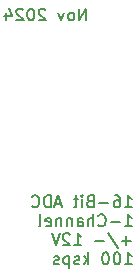
<source format=gbr>
%TF.GenerationSoftware,KiCad,Pcbnew,8.0.5*%
%TF.CreationDate,2024-11-10T02:12:05-07:00*%
%TF.ProjectId,2024_11_ADC_ADS8689,32303234-5f31-4315-9f41-44435f414453,rev?*%
%TF.SameCoordinates,Original*%
%TF.FileFunction,Legend,Bot*%
%TF.FilePolarity,Positive*%
%FSLAX46Y46*%
G04 Gerber Fmt 4.6, Leading zero omitted, Abs format (unit mm)*
G04 Created by KiCad (PCBNEW 8.0.5) date 2024-11-10 02:12:05*
%MOMM*%
%LPD*%
G01*
G04 APERTURE LIST*
%ADD10C,0.200000*%
G04 APERTURE END LIST*
D10*
X95032726Y-52648419D02*
X95032726Y-51648419D01*
X95032726Y-51648419D02*
X94461298Y-52648419D01*
X94461298Y-52648419D02*
X94461298Y-51648419D01*
X93842250Y-52648419D02*
X93937488Y-52600800D01*
X93937488Y-52600800D02*
X93985107Y-52553180D01*
X93985107Y-52553180D02*
X94032726Y-52457942D01*
X94032726Y-52457942D02*
X94032726Y-52172228D01*
X94032726Y-52172228D02*
X93985107Y-52076990D01*
X93985107Y-52076990D02*
X93937488Y-52029371D01*
X93937488Y-52029371D02*
X93842250Y-51981752D01*
X93842250Y-51981752D02*
X93699393Y-51981752D01*
X93699393Y-51981752D02*
X93604155Y-52029371D01*
X93604155Y-52029371D02*
X93556536Y-52076990D01*
X93556536Y-52076990D02*
X93508917Y-52172228D01*
X93508917Y-52172228D02*
X93508917Y-52457942D01*
X93508917Y-52457942D02*
X93556536Y-52553180D01*
X93556536Y-52553180D02*
X93604155Y-52600800D01*
X93604155Y-52600800D02*
X93699393Y-52648419D01*
X93699393Y-52648419D02*
X93842250Y-52648419D01*
X93175583Y-51981752D02*
X92937488Y-52648419D01*
X92937488Y-52648419D02*
X92699393Y-51981752D01*
X91604154Y-51743657D02*
X91556535Y-51696038D01*
X91556535Y-51696038D02*
X91461297Y-51648419D01*
X91461297Y-51648419D02*
X91223202Y-51648419D01*
X91223202Y-51648419D02*
X91127964Y-51696038D01*
X91127964Y-51696038D02*
X91080345Y-51743657D01*
X91080345Y-51743657D02*
X91032726Y-51838895D01*
X91032726Y-51838895D02*
X91032726Y-51934133D01*
X91032726Y-51934133D02*
X91080345Y-52076990D01*
X91080345Y-52076990D02*
X91651773Y-52648419D01*
X91651773Y-52648419D02*
X91032726Y-52648419D01*
X90413678Y-51648419D02*
X90318440Y-51648419D01*
X90318440Y-51648419D02*
X90223202Y-51696038D01*
X90223202Y-51696038D02*
X90175583Y-51743657D01*
X90175583Y-51743657D02*
X90127964Y-51838895D01*
X90127964Y-51838895D02*
X90080345Y-52029371D01*
X90080345Y-52029371D02*
X90080345Y-52267466D01*
X90080345Y-52267466D02*
X90127964Y-52457942D01*
X90127964Y-52457942D02*
X90175583Y-52553180D01*
X90175583Y-52553180D02*
X90223202Y-52600800D01*
X90223202Y-52600800D02*
X90318440Y-52648419D01*
X90318440Y-52648419D02*
X90413678Y-52648419D01*
X90413678Y-52648419D02*
X90508916Y-52600800D01*
X90508916Y-52600800D02*
X90556535Y-52553180D01*
X90556535Y-52553180D02*
X90604154Y-52457942D01*
X90604154Y-52457942D02*
X90651773Y-52267466D01*
X90651773Y-52267466D02*
X90651773Y-52029371D01*
X90651773Y-52029371D02*
X90604154Y-51838895D01*
X90604154Y-51838895D02*
X90556535Y-51743657D01*
X90556535Y-51743657D02*
X90508916Y-51696038D01*
X90508916Y-51696038D02*
X90413678Y-51648419D01*
X89699392Y-51743657D02*
X89651773Y-51696038D01*
X89651773Y-51696038D02*
X89556535Y-51648419D01*
X89556535Y-51648419D02*
X89318440Y-51648419D01*
X89318440Y-51648419D02*
X89223202Y-51696038D01*
X89223202Y-51696038D02*
X89175583Y-51743657D01*
X89175583Y-51743657D02*
X89127964Y-51838895D01*
X89127964Y-51838895D02*
X89127964Y-51934133D01*
X89127964Y-51934133D02*
X89175583Y-52076990D01*
X89175583Y-52076990D02*
X89747011Y-52648419D01*
X89747011Y-52648419D02*
X89127964Y-52648419D01*
X88270821Y-51981752D02*
X88270821Y-52648419D01*
X88508916Y-51600800D02*
X88747011Y-52315085D01*
X88747011Y-52315085D02*
X88127964Y-52315085D01*
X98318917Y-68468787D02*
X98890345Y-68468787D01*
X98604631Y-68468787D02*
X98604631Y-67468787D01*
X98604631Y-67468787D02*
X98699869Y-67611644D01*
X98699869Y-67611644D02*
X98795107Y-67706882D01*
X98795107Y-67706882D02*
X98890345Y-67754501D01*
X97461774Y-67468787D02*
X97652250Y-67468787D01*
X97652250Y-67468787D02*
X97747488Y-67516406D01*
X97747488Y-67516406D02*
X97795107Y-67564025D01*
X97795107Y-67564025D02*
X97890345Y-67706882D01*
X97890345Y-67706882D02*
X97937964Y-67897358D01*
X97937964Y-67897358D02*
X97937964Y-68278310D01*
X97937964Y-68278310D02*
X97890345Y-68373548D01*
X97890345Y-68373548D02*
X97842726Y-68421168D01*
X97842726Y-68421168D02*
X97747488Y-68468787D01*
X97747488Y-68468787D02*
X97557012Y-68468787D01*
X97557012Y-68468787D02*
X97461774Y-68421168D01*
X97461774Y-68421168D02*
X97414155Y-68373548D01*
X97414155Y-68373548D02*
X97366536Y-68278310D01*
X97366536Y-68278310D02*
X97366536Y-68040215D01*
X97366536Y-68040215D02*
X97414155Y-67944977D01*
X97414155Y-67944977D02*
X97461774Y-67897358D01*
X97461774Y-67897358D02*
X97557012Y-67849739D01*
X97557012Y-67849739D02*
X97747488Y-67849739D01*
X97747488Y-67849739D02*
X97842726Y-67897358D01*
X97842726Y-67897358D02*
X97890345Y-67944977D01*
X97890345Y-67944977D02*
X97937964Y-68040215D01*
X96937964Y-68087834D02*
X96176060Y-68087834D01*
X95366536Y-67944977D02*
X95223679Y-67992596D01*
X95223679Y-67992596D02*
X95176060Y-68040215D01*
X95176060Y-68040215D02*
X95128441Y-68135453D01*
X95128441Y-68135453D02*
X95128441Y-68278310D01*
X95128441Y-68278310D02*
X95176060Y-68373548D01*
X95176060Y-68373548D02*
X95223679Y-68421168D01*
X95223679Y-68421168D02*
X95318917Y-68468787D01*
X95318917Y-68468787D02*
X95699869Y-68468787D01*
X95699869Y-68468787D02*
X95699869Y-67468787D01*
X95699869Y-67468787D02*
X95366536Y-67468787D01*
X95366536Y-67468787D02*
X95271298Y-67516406D01*
X95271298Y-67516406D02*
X95223679Y-67564025D01*
X95223679Y-67564025D02*
X95176060Y-67659263D01*
X95176060Y-67659263D02*
X95176060Y-67754501D01*
X95176060Y-67754501D02*
X95223679Y-67849739D01*
X95223679Y-67849739D02*
X95271298Y-67897358D01*
X95271298Y-67897358D02*
X95366536Y-67944977D01*
X95366536Y-67944977D02*
X95699869Y-67944977D01*
X94699869Y-68468787D02*
X94699869Y-67802120D01*
X94699869Y-67468787D02*
X94747488Y-67516406D01*
X94747488Y-67516406D02*
X94699869Y-67564025D01*
X94699869Y-67564025D02*
X94652250Y-67516406D01*
X94652250Y-67516406D02*
X94699869Y-67468787D01*
X94699869Y-67468787D02*
X94699869Y-67564025D01*
X94366536Y-67802120D02*
X93985584Y-67802120D01*
X94223679Y-67468787D02*
X94223679Y-68325929D01*
X94223679Y-68325929D02*
X94176060Y-68421168D01*
X94176060Y-68421168D02*
X94080822Y-68468787D01*
X94080822Y-68468787D02*
X93985584Y-68468787D01*
X92937964Y-68183072D02*
X92461774Y-68183072D01*
X93033202Y-68468787D02*
X92699869Y-67468787D01*
X92699869Y-67468787D02*
X92366536Y-68468787D01*
X92033202Y-68468787D02*
X92033202Y-67468787D01*
X92033202Y-67468787D02*
X91795107Y-67468787D01*
X91795107Y-67468787D02*
X91652250Y-67516406D01*
X91652250Y-67516406D02*
X91557012Y-67611644D01*
X91557012Y-67611644D02*
X91509393Y-67706882D01*
X91509393Y-67706882D02*
X91461774Y-67897358D01*
X91461774Y-67897358D02*
X91461774Y-68040215D01*
X91461774Y-68040215D02*
X91509393Y-68230691D01*
X91509393Y-68230691D02*
X91557012Y-68325929D01*
X91557012Y-68325929D02*
X91652250Y-68421168D01*
X91652250Y-68421168D02*
X91795107Y-68468787D01*
X91795107Y-68468787D02*
X92033202Y-68468787D01*
X90461774Y-68373548D02*
X90509393Y-68421168D01*
X90509393Y-68421168D02*
X90652250Y-68468787D01*
X90652250Y-68468787D02*
X90747488Y-68468787D01*
X90747488Y-68468787D02*
X90890345Y-68421168D01*
X90890345Y-68421168D02*
X90985583Y-68325929D01*
X90985583Y-68325929D02*
X91033202Y-68230691D01*
X91033202Y-68230691D02*
X91080821Y-68040215D01*
X91080821Y-68040215D02*
X91080821Y-67897358D01*
X91080821Y-67897358D02*
X91033202Y-67706882D01*
X91033202Y-67706882D02*
X90985583Y-67611644D01*
X90985583Y-67611644D02*
X90890345Y-67516406D01*
X90890345Y-67516406D02*
X90747488Y-67468787D01*
X90747488Y-67468787D02*
X90652250Y-67468787D01*
X90652250Y-67468787D02*
X90509393Y-67516406D01*
X90509393Y-67516406D02*
X90461774Y-67564025D01*
X98318917Y-70078731D02*
X98890345Y-70078731D01*
X98604631Y-70078731D02*
X98604631Y-69078731D01*
X98604631Y-69078731D02*
X98699869Y-69221588D01*
X98699869Y-69221588D02*
X98795107Y-69316826D01*
X98795107Y-69316826D02*
X98890345Y-69364445D01*
X97890345Y-69697778D02*
X97128441Y-69697778D01*
X96080822Y-69983492D02*
X96128441Y-70031112D01*
X96128441Y-70031112D02*
X96271298Y-70078731D01*
X96271298Y-70078731D02*
X96366536Y-70078731D01*
X96366536Y-70078731D02*
X96509393Y-70031112D01*
X96509393Y-70031112D02*
X96604631Y-69935873D01*
X96604631Y-69935873D02*
X96652250Y-69840635D01*
X96652250Y-69840635D02*
X96699869Y-69650159D01*
X96699869Y-69650159D02*
X96699869Y-69507302D01*
X96699869Y-69507302D02*
X96652250Y-69316826D01*
X96652250Y-69316826D02*
X96604631Y-69221588D01*
X96604631Y-69221588D02*
X96509393Y-69126350D01*
X96509393Y-69126350D02*
X96366536Y-69078731D01*
X96366536Y-69078731D02*
X96271298Y-69078731D01*
X96271298Y-69078731D02*
X96128441Y-69126350D01*
X96128441Y-69126350D02*
X96080822Y-69173969D01*
X95652250Y-70078731D02*
X95652250Y-69078731D01*
X95223679Y-70078731D02*
X95223679Y-69554921D01*
X95223679Y-69554921D02*
X95271298Y-69459683D01*
X95271298Y-69459683D02*
X95366536Y-69412064D01*
X95366536Y-69412064D02*
X95509393Y-69412064D01*
X95509393Y-69412064D02*
X95604631Y-69459683D01*
X95604631Y-69459683D02*
X95652250Y-69507302D01*
X94318917Y-70078731D02*
X94318917Y-69554921D01*
X94318917Y-69554921D02*
X94366536Y-69459683D01*
X94366536Y-69459683D02*
X94461774Y-69412064D01*
X94461774Y-69412064D02*
X94652250Y-69412064D01*
X94652250Y-69412064D02*
X94747488Y-69459683D01*
X94318917Y-70031112D02*
X94414155Y-70078731D01*
X94414155Y-70078731D02*
X94652250Y-70078731D01*
X94652250Y-70078731D02*
X94747488Y-70031112D01*
X94747488Y-70031112D02*
X94795107Y-69935873D01*
X94795107Y-69935873D02*
X94795107Y-69840635D01*
X94795107Y-69840635D02*
X94747488Y-69745397D01*
X94747488Y-69745397D02*
X94652250Y-69697778D01*
X94652250Y-69697778D02*
X94414155Y-69697778D01*
X94414155Y-69697778D02*
X94318917Y-69650159D01*
X93842726Y-69412064D02*
X93842726Y-70078731D01*
X93842726Y-69507302D02*
X93795107Y-69459683D01*
X93795107Y-69459683D02*
X93699869Y-69412064D01*
X93699869Y-69412064D02*
X93557012Y-69412064D01*
X93557012Y-69412064D02*
X93461774Y-69459683D01*
X93461774Y-69459683D02*
X93414155Y-69554921D01*
X93414155Y-69554921D02*
X93414155Y-70078731D01*
X92937964Y-69412064D02*
X92937964Y-70078731D01*
X92937964Y-69507302D02*
X92890345Y-69459683D01*
X92890345Y-69459683D02*
X92795107Y-69412064D01*
X92795107Y-69412064D02*
X92652250Y-69412064D01*
X92652250Y-69412064D02*
X92557012Y-69459683D01*
X92557012Y-69459683D02*
X92509393Y-69554921D01*
X92509393Y-69554921D02*
X92509393Y-70078731D01*
X91652250Y-70031112D02*
X91747488Y-70078731D01*
X91747488Y-70078731D02*
X91937964Y-70078731D01*
X91937964Y-70078731D02*
X92033202Y-70031112D01*
X92033202Y-70031112D02*
X92080821Y-69935873D01*
X92080821Y-69935873D02*
X92080821Y-69554921D01*
X92080821Y-69554921D02*
X92033202Y-69459683D01*
X92033202Y-69459683D02*
X91937964Y-69412064D01*
X91937964Y-69412064D02*
X91747488Y-69412064D01*
X91747488Y-69412064D02*
X91652250Y-69459683D01*
X91652250Y-69459683D02*
X91604631Y-69554921D01*
X91604631Y-69554921D02*
X91604631Y-69650159D01*
X91604631Y-69650159D02*
X92080821Y-69745397D01*
X91033202Y-70078731D02*
X91128440Y-70031112D01*
X91128440Y-70031112D02*
X91176059Y-69935873D01*
X91176059Y-69935873D02*
X91176059Y-69078731D01*
X98842726Y-71307722D02*
X98080822Y-71307722D01*
X98461774Y-71688675D02*
X98461774Y-70926770D01*
X96890346Y-70641056D02*
X97747488Y-71926770D01*
X96557012Y-71307722D02*
X95795108Y-71307722D01*
X94033203Y-71688675D02*
X94604631Y-71688675D01*
X94318917Y-71688675D02*
X94318917Y-70688675D01*
X94318917Y-70688675D02*
X94414155Y-70831532D01*
X94414155Y-70831532D02*
X94509393Y-70926770D01*
X94509393Y-70926770D02*
X94604631Y-70974389D01*
X93652250Y-70783913D02*
X93604631Y-70736294D01*
X93604631Y-70736294D02*
X93509393Y-70688675D01*
X93509393Y-70688675D02*
X93271298Y-70688675D01*
X93271298Y-70688675D02*
X93176060Y-70736294D01*
X93176060Y-70736294D02*
X93128441Y-70783913D01*
X93128441Y-70783913D02*
X93080822Y-70879151D01*
X93080822Y-70879151D02*
X93080822Y-70974389D01*
X93080822Y-70974389D02*
X93128441Y-71117246D01*
X93128441Y-71117246D02*
X93699869Y-71688675D01*
X93699869Y-71688675D02*
X93080822Y-71688675D01*
X92795107Y-70688675D02*
X92461774Y-71688675D01*
X92461774Y-71688675D02*
X92128441Y-70688675D01*
X98318917Y-73298619D02*
X98890345Y-73298619D01*
X98604631Y-73298619D02*
X98604631Y-72298619D01*
X98604631Y-72298619D02*
X98699869Y-72441476D01*
X98699869Y-72441476D02*
X98795107Y-72536714D01*
X98795107Y-72536714D02*
X98890345Y-72584333D01*
X97699869Y-72298619D02*
X97604631Y-72298619D01*
X97604631Y-72298619D02*
X97509393Y-72346238D01*
X97509393Y-72346238D02*
X97461774Y-72393857D01*
X97461774Y-72393857D02*
X97414155Y-72489095D01*
X97414155Y-72489095D02*
X97366536Y-72679571D01*
X97366536Y-72679571D02*
X97366536Y-72917666D01*
X97366536Y-72917666D02*
X97414155Y-73108142D01*
X97414155Y-73108142D02*
X97461774Y-73203380D01*
X97461774Y-73203380D02*
X97509393Y-73251000D01*
X97509393Y-73251000D02*
X97604631Y-73298619D01*
X97604631Y-73298619D02*
X97699869Y-73298619D01*
X97699869Y-73298619D02*
X97795107Y-73251000D01*
X97795107Y-73251000D02*
X97842726Y-73203380D01*
X97842726Y-73203380D02*
X97890345Y-73108142D01*
X97890345Y-73108142D02*
X97937964Y-72917666D01*
X97937964Y-72917666D02*
X97937964Y-72679571D01*
X97937964Y-72679571D02*
X97890345Y-72489095D01*
X97890345Y-72489095D02*
X97842726Y-72393857D01*
X97842726Y-72393857D02*
X97795107Y-72346238D01*
X97795107Y-72346238D02*
X97699869Y-72298619D01*
X96747488Y-72298619D02*
X96652250Y-72298619D01*
X96652250Y-72298619D02*
X96557012Y-72346238D01*
X96557012Y-72346238D02*
X96509393Y-72393857D01*
X96509393Y-72393857D02*
X96461774Y-72489095D01*
X96461774Y-72489095D02*
X96414155Y-72679571D01*
X96414155Y-72679571D02*
X96414155Y-72917666D01*
X96414155Y-72917666D02*
X96461774Y-73108142D01*
X96461774Y-73108142D02*
X96509393Y-73203380D01*
X96509393Y-73203380D02*
X96557012Y-73251000D01*
X96557012Y-73251000D02*
X96652250Y-73298619D01*
X96652250Y-73298619D02*
X96747488Y-73298619D01*
X96747488Y-73298619D02*
X96842726Y-73251000D01*
X96842726Y-73251000D02*
X96890345Y-73203380D01*
X96890345Y-73203380D02*
X96937964Y-73108142D01*
X96937964Y-73108142D02*
X96985583Y-72917666D01*
X96985583Y-72917666D02*
X96985583Y-72679571D01*
X96985583Y-72679571D02*
X96937964Y-72489095D01*
X96937964Y-72489095D02*
X96890345Y-72393857D01*
X96890345Y-72393857D02*
X96842726Y-72346238D01*
X96842726Y-72346238D02*
X96747488Y-72298619D01*
X95223678Y-73298619D02*
X95223678Y-72298619D01*
X95128440Y-72917666D02*
X94842726Y-73298619D01*
X94842726Y-72631952D02*
X95223678Y-73012904D01*
X94461773Y-73251000D02*
X94366535Y-73298619D01*
X94366535Y-73298619D02*
X94176059Y-73298619D01*
X94176059Y-73298619D02*
X94080821Y-73251000D01*
X94080821Y-73251000D02*
X94033202Y-73155761D01*
X94033202Y-73155761D02*
X94033202Y-73108142D01*
X94033202Y-73108142D02*
X94080821Y-73012904D01*
X94080821Y-73012904D02*
X94176059Y-72965285D01*
X94176059Y-72965285D02*
X94318916Y-72965285D01*
X94318916Y-72965285D02*
X94414154Y-72917666D01*
X94414154Y-72917666D02*
X94461773Y-72822428D01*
X94461773Y-72822428D02*
X94461773Y-72774809D01*
X94461773Y-72774809D02*
X94414154Y-72679571D01*
X94414154Y-72679571D02*
X94318916Y-72631952D01*
X94318916Y-72631952D02*
X94176059Y-72631952D01*
X94176059Y-72631952D02*
X94080821Y-72679571D01*
X93604630Y-72631952D02*
X93604630Y-73631952D01*
X93604630Y-72679571D02*
X93509392Y-72631952D01*
X93509392Y-72631952D02*
X93318916Y-72631952D01*
X93318916Y-72631952D02*
X93223678Y-72679571D01*
X93223678Y-72679571D02*
X93176059Y-72727190D01*
X93176059Y-72727190D02*
X93128440Y-72822428D01*
X93128440Y-72822428D02*
X93128440Y-73108142D01*
X93128440Y-73108142D02*
X93176059Y-73203380D01*
X93176059Y-73203380D02*
X93223678Y-73251000D01*
X93223678Y-73251000D02*
X93318916Y-73298619D01*
X93318916Y-73298619D02*
X93509392Y-73298619D01*
X93509392Y-73298619D02*
X93604630Y-73251000D01*
X92747487Y-73251000D02*
X92652249Y-73298619D01*
X92652249Y-73298619D02*
X92461773Y-73298619D01*
X92461773Y-73298619D02*
X92366535Y-73251000D01*
X92366535Y-73251000D02*
X92318916Y-73155761D01*
X92318916Y-73155761D02*
X92318916Y-73108142D01*
X92318916Y-73108142D02*
X92366535Y-73012904D01*
X92366535Y-73012904D02*
X92461773Y-72965285D01*
X92461773Y-72965285D02*
X92604630Y-72965285D01*
X92604630Y-72965285D02*
X92699868Y-72917666D01*
X92699868Y-72917666D02*
X92747487Y-72822428D01*
X92747487Y-72822428D02*
X92747487Y-72774809D01*
X92747487Y-72774809D02*
X92699868Y-72679571D01*
X92699868Y-72679571D02*
X92604630Y-72631952D01*
X92604630Y-72631952D02*
X92461773Y-72631952D01*
X92461773Y-72631952D02*
X92366535Y-72679571D01*
M02*

</source>
